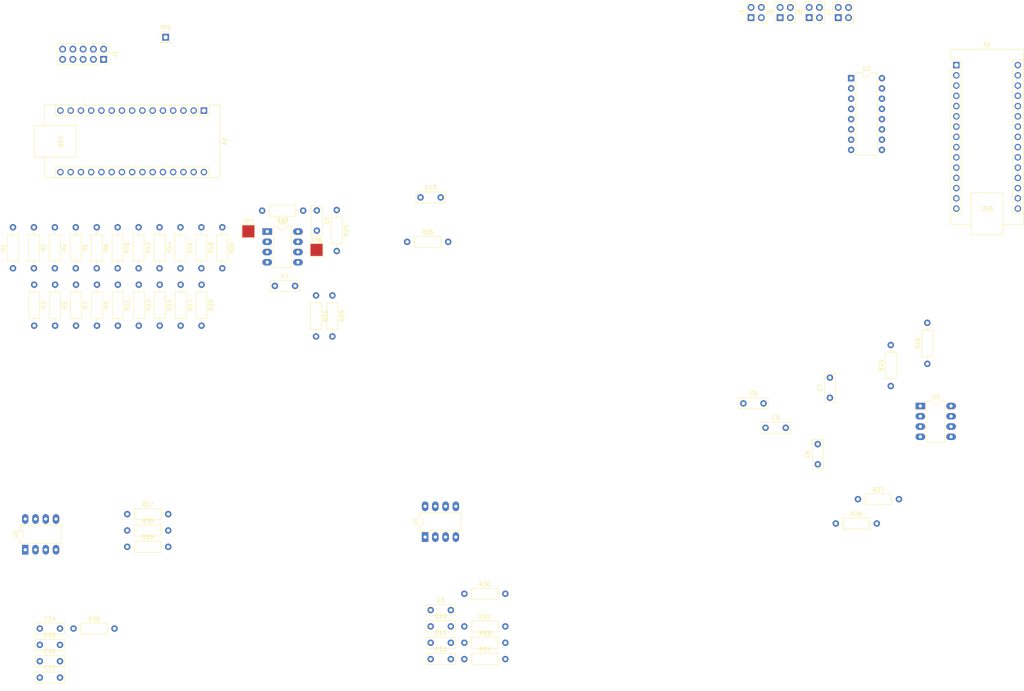
<source format=kicad_pcb>
(kicad_pcb (version 20240108) (generator "pcbnew") (generator_version "8.0")
  (layers (0 "F.Cu" signal) (31 "B.Cu" signal) (34 "B.Paste" user) (35 "F.Paste" user) (36 "B.SilkS" user "B.Silkscreen") (37 "F.SilkS" user "F.Silkscreen") (38 "B.Mask" user) (39 "F.Mask" user) (44 "Edge.Cuts" user))
  (net 0 "")
  (net 1 "GND")
  (net 2 "Net-(C6-Pad1)")
  (net 3 "+3.3V")
  (net 4 "Net-(U1B-+)")
  (net 5 "Net-(C5-Pad1)")
  (net 6 "IRQ")
  (net 7 "CE")
  (net 8 "MISO")
  (net 9 "~{CS}")
  (net 10 "SCK")
  (net 11 "MOSI")
  (net 12 "Net-(R1-Pad1)")
  (net 13 "/BIT_0")
  (net 14 "Net-(R3-Pad2)")
  (net 15 "/BIT_1")
  (net 16 "Net-(R5-Pad2)")
  (net 17 "/BIT_2")
  (net 18 "Net-(R7-Pad2)")
  (net 19 "/BIT_3")
  (net 20 "Net-(R11-Pad2)")
  (net 21 "Net-(R10-Pad2)")
  (net 22 "/BIT_4")
  (net 23 "/BIT_8")
  (net 24 "Net-(R13-Pad2)")
  (net 25 "OUT_10bit")
  (net 26 "/BIT_5")
  (net 27 "/BIT_9")
  (net 28 "Net-(R17-Pad2)")
  (net 29 "/BIT_6")
  (net 30 "/BIT_7")
  (net 31 "Net-(U1A--)")
  (net 32 "Net-(R15-Pad2)")
  (net 35 "Net-(U4A--)")
  (net 36 "Net-(U4B--)")
  (net 37 "Net-(U4A-+)")
  (net 38 "Net-(U4B-+)")
  (net 39 "Net-(U5B--)")
  (net 40 "Net-(U5B-+)")
  (net 41 "Net-(U5A-+)")
  (net 42 "Net-(U5A--)")
  (net 43 "Net-(C10-Pad1)")
  (net 44 "Net-(C12-Pad1)")
  (net 45 "Net-(C13-Pad2)")
  (net 46 "Net-(C14-Pad2)")
  (net 47 "Net-(C17-Pad1)")
  (net 57 "Net-(U3A-+)")
  (net 58 "Net-(U3A--)")
  (net 59 "Net-(U3B-+)")
  (net 60 "Net-(C9-Pad1)")
  (net 61 "Net-(U3B--)")
  (net 62 "+5V")
  (net 63 "+12V")
  (net 64 "-12V")
  (net 65 "Filtered Signal")
  (net 112 "Net-(U1B--)")
  (footprint "Capacitor_THT:C_Disc_D7.0mm_W2.5mm_P5.00mm" (layer "F.Cu") (at 129.85 185.825)
    (property "Reference" "C12" (at 2.5 -2.5 0) (layer "F.SilkS"))
    (property "Value" "100nF")
    (pad "1" thru_hole circle (at 0 0) (size 1.6 1.6) (drill 0.8) (layers "*.Cu" "*.Mask") (net 44 "Net-(C12-Pad1)"))
    (pad "2" thru_hole circle (at 5 0) (size 1.6 1.6) (drill 0.8) (layers "*.Cu" "*.Mask") (net 36 "Net-(U4B--)"))
  )
  (footprint "TestPoint:TestPoint_Pad_3.0x3.0mm" (layer "F.Cu") (at 84.675 79.825)
    (property "Reference" "TP7" (at 0 -2.398 0) (layer "F.SilkS"))
    (property "Value" "Buffered output")
    (pad "1" smd rect (at 0 0) (size 3 3) (layers "F.Cu" "F.Mask") (net 31 "Net-(U1A--)"))
  )
  (footprint "Resistor_THT:R_Axial_DIN0207_L6.3mm_D2.5mm_P10.16mm_Horizontal" (layer "F.Cu") (at 52.2875 78.825 -90)
    (property "Reference" "R10" (at 5.08 -2.37 90) (layer "F.SilkS"))
    (property "Value" "4k")
    (pad "1" thru_hole circle (at 0 0 270) (size 1.6 1.6) (drill 0.8) (layers "*.Cu" "*.Mask") (net 22 "/BIT_4"))
    (pad "2" thru_hole oval (at 10.16 0 270) (size 1.6 1.6) (drill 0.8) (layers "*.Cu" "*.Mask") (net 21 "Net-(R10-Pad2)"))
  )
  (footprint "Connector_PinHeader_2.54mm:PinHeader_2x02_P2.54mm_Vertical" (layer "F.Cu") (at 223.65 26.875 90)
    (property "Reference" "J6" (at 1.27 -2.33 -90) (layer "F.SilkS"))
    (property "Value" "5V")
    (pad "1" thru_hole rect (at 0 0 90) (size 1.7 1.7) (drill 1) (layers "*.Cu" "*.Mask") (net 62 "+5V"))
    (pad "2" thru_hole oval (at 2.54 0 90) (size 1.7 1.7) (drill 1) (layers "*.Cu" "*.Mask") (net 1 "GND"))
    (pad "3" thru_hole oval (at 0 2.54 90) (size 1.7 1.7) (drill 1) (layers "*.Cu" "*.Mask") (net 1 "GND"))
    (pad "4" thru_hole oval (at 2.54 2.54 90) (size 1.7 1.7) (drill 1) (layers "*.Cu" "*.Mask") (net 62 "+5V"))
  )
  (footprint "Resistor_THT:R_Axial_DIN0207_L6.3mm_D2.5mm_P10.16mm_Horizontal" (layer "F.Cu") (at 124.025 82.425)
    (property "Reference" "R35" (at 5.08 -2.37 0) (layer "F.SilkS"))
    (property "Value" "R")
    (pad "1" thru_hole circle (at 0 0) (size 1.6 1.6) (drill 0.8) (layers "*.Cu" "*.Mask") (net 45 "Net-(C13-Pad2)"))
    (pad "2" thru_hole oval (at 10.16 0) (size 1.6 1.6) (drill 0.8) (layers "*.Cu" "*.Mask") (net 1 "GND"))
  )
  (footprint "Connector_PinHeader_2.54mm:PinHeader_2x02_P2.54mm_Vertical" (layer "F.Cu") (at 216.45 26.875 90)
    (property "Reference" "J5" (at 1.27 -2.33 -90) (layer "F.SilkS"))
    (property "Value" "+12V")
    (pad "1" thru_hole rect (at 0 0 90) (size 1.7 1.7) (drill 1) (layers "*.Cu" "*.Mask") (net 63 "+12V"))
    (pad "2" thru_hole oval (at 2.54 0 90) (size 1.7 1.7) (drill 1) (layers "*.Cu" "*.Mask") (net 1 "GND"))
    (pad "3" thru_hole oval (at 0 2.54 90) (size 1.7 1.7) (drill 1) (layers "*.Cu" "*.Mask") (net 1 "GND"))
    (pad "4" thru_hole oval (at 2.54 2.54 90) (size 1.7 1.7) (drill 1) (layers "*.Cu" "*.Mask") (net 63 "+12V"))
  )
  (footprint "Resistor_THT:R_Axial_DIN0207_L6.3mm_D2.5mm_P10.16mm_Horizontal" (layer "F.Cu") (at 47.1 78.825 -90)
    (property "Reference" "R8" (at 5.08 -2.37 90) (layer "F.SilkS"))
    (property "Value" "4k")
    (pad "1" thru_hole circle (at 0 0 270) (size 1.6 1.6) (drill 0.8) (layers "*.Cu" "*.Mask") (net 19 "/BIT_3"))
    (pad "2" thru_hole oval (at 10.16 0 270) (size 1.6 1.6) (drill 0.8) (layers "*.Cu" "*.Mask") (net 18 "Net-(R7-Pad2)"))
  )
  (footprint "Module:Arduino_Nano" (layer "F.Cu") (at 73.665 49.905 -90)
    (property "Reference" "A2" (at 7.62 -5.08 90) (layer "F.SilkS"))
    (property "Value" "Arduino_Nano_v2.x")
    (fp_text user "USB" (at 7.62 35.56 -90) (layer "F.SilkS"))
    (pad "1" thru_hole rect (at 0 0 270) (size 1.6 1.6) (drill 1) (layers "*.Cu" "*.Mask"))
    (pad "2" thru_hole oval (at 0 2.54 270) (size 1.6 1.6) (drill 1) (layers "*.Cu" "*.Mask"))
    (pad "3" thru_hole oval (at 0 5.08 270) (size 1.6 1.6) (drill 1) (layers "*.Cu" "*.Mask"))
    (pad "4" thru_hole oval (at 0 7.62 270) (size 1.6 1.6) (drill 1) (layers "*.Cu" "*.Mask") (net 1 "GND"))
    (pad "5" thru_hole oval (at 0 10.16 270) (size 1.6 1.6) (drill 1) (layers "*.Cu" "*.Mask") (net 6 "IRQ"))
    (pad "6" thru_hole oval (at 0 12.7 270) (size 1.6 1.6) (drill 1) (layers "*.Cu" "*.Mask"))
    (pad "7" thru_hole oval (at 0 15.24 270) (size 1.6 1.6) (drill 1) (layers "*.Cu" "*.Mask") (net 13 "/BIT_0"))
    (pad "8" thru_hole oval (at 0 17.78 270) (size 1.6 1.6) (drill 1) (layers "*.Cu" "*.Mask") (net 15 "/BIT_1"))
    (pad "9" thru_hole oval (at 0 20.32 270) (size 1.6 1.6) (drill 1) (layers "*.Cu" "*.Mask") (net 17 "/BIT_2"))
    (pad "10" thru_hole oval (at 0 22.86 270) (size 1.6 1.6) (drill 1) (layers "*.Cu" "*.Mask") (net 19 "/BIT_3"))
    (pad "11" thru_hole oval (at 0 25.4 270) (size 1.6 1.6) (drill 1) (layers "*.Cu" "*.Mask") (net 9 "~{CS}"))
    (pad "12" thru_hole oval (at 0 27.94 270) (size 1.6 1.6) (drill 1) (layers "*.Cu" "*.Mask") (net 7 "CE"))
    (pad "13" thru_hole oval (at 0 30.48 270) (size 1.6 1.6) (drill 1) (layers "*.Cu" "*.Mask"))
    (pad "14" thru_hole oval (at 0 33.02 270) (size 1.6 1.6) (drill 1) (layers "*.Cu" "*.Mask") (net 11 "MOSI"))
    (pad "15" thru_hole oval (at 0 35.56 270) (size 1.6 1.6) (drill 1) (layers "*.Cu" "*.Mask") (net 8 "MISO"))
    (pad "16" thru_hole oval (at 15.24 35.56 270) (size 1.6 1.6) (drill 1) (layers "*.Cu" "*.Mask") (net 10 "SCK"))
    (pad "17" thru_hole oval (at 15.24 33.02 270) (size 1.6 1.6) (drill 1) (layers "*.Cu" "*.Mask"))
    (pad "18" thru_hole oval (at 15.24 30.48 270) (size 1.6 1.6) (drill 1) (layers "*.Cu" "*.Mask"))
    (pad "19" thru_hole oval (at 15.24 27.94 270) (size 1.6 1.6) (drill 1) (layers "*.Cu" "*.Mask") (net 22 "/BIT_4"))
    (pad "20" thru_hole oval (at 15.24 25.4 270) (size 1.6 1.6) (drill 1) (layers "*.Cu" "*.Mask") (net 26 "/BIT_5"))
    (pad "21" thru_hole oval (at 15.24 22.86 270) (size 1.6 1.6) (drill 1) (layers "*.Cu" "*.Mask") (net 29 "/BIT_6"))
    (pad "22" thru_hole oval (at 15.24 20.32 270) (size 1.6 1.6) (drill 1) (layers "*.Cu" "*.Mask") (net 30 "/BIT_7"))
    (pad "23" thru_hole oval (at 15.24 17.78 270) (size 1.6 1.6) (drill 1) (layers "*.Cu" "*.Mask") (net 23 "/BIT_8"))
    (pad "24" thru_hole oval (at 15.24 15.24 270) (size 1.6 1.6) (drill 1) (layers "*.Cu" "*.Mask") (net 27 "/BIT_9"))
    (pad "25" thru_hole oval (at 15.24 12.7 270) (size 1.6 1.6) (drill 1) (layers "*.Cu" "*.Mask"))
    (pad "26" thru_hole oval (at 15.24 10.16 270) (size 1.6 1.6) (drill 1) (layers "*.Cu" "*.Mask"))
    (pad "27" thru_hole oval (at 15.24 7.62 270) (size 1.6 1.6) (drill 1) (layers "*.Cu" "*.Mask") (net 62 "+5V"))
    (pad "28" thru_hole oval (at 15.24 5.08 270) (size 1.6 1.6) (drill 1) (layers "*.Cu" "*.Mask"))
    (pad "29" thru_hole oval (at 15.24 2.54 270) (size 1.6 1.6) (drill 1) (layers "*.Cu" "*.Mask") (net 1 "GND"))
    (pad "30" thru_hole oval (at 15.24 0 270) (size 1.6 1.6) (drill 1) (layers "*.Cu" "*.Mask"))
  )
  (footprint "TestPoint:TestPoint_Pad_3.0x3.0mm" (layer "F.Cu") (at 101.575 84.425)
    (property "Reference" "TP8" (at 0 -2.398 0) (layer "F.SilkS"))
    (property "Value" "Filtered output")
    (pad "1" smd rect (at 0 0) (size 3 3) (layers "F.Cu" "F.Mask") (net 65 "Filtered Signal"))
  )
  (footprint "Resistor_THT:R_Axial_DIN0207_L6.3mm_D2.5mm_P10.16mm_Horizontal" (layer "F.Cu") (at 138.2 177.725)
    (property "Reference" "R32" (at 5.08 -2.37 0) (layer "F.SilkS"))
    (property "Value" "120k")
    (pad "1" thru_hole circle (at 0 0) (size 1.6 1.6) (drill 0.8) (layers "*.Cu" "*.Mask") (net 43 "Net-(C10-Pad1)"))
    (pad "2" thru_hole oval (at 10.16 0) (size 1.6 1.6) (drill 0.8) (layers "*.Cu" "*.Mask") (net 35 "Net-(U4A--)"))
  )
  (footprint "Resistor_THT:R_Axial_DIN0207_L6.3mm_D2.5mm_P10.16mm_Horizontal" (layer "F.Cu") (at 31.605 93.04 -90)
    (property "Reference" "R3" (at 5.08 -2.37 90) (layer "F.SilkS"))
    (property "Value" "2k")
    (pad "1" thru_hole circle (at 0 0 270) (size 1.6 1.6) (drill 0.8) (layers "*.Cu" "*.Mask") (net 12 "Net-(R1-Pad1)"))
    (pad "2" thru_hole oval (at 10.16 0 270) (size 1.6 1.6) (drill 0.8) (layers "*.Cu" "*.Mask") (net 14 "Net-(R3-Pad2)"))
  )
  (footprint "Capacitor_THT:C_Disc_D7.0mm_W2.5mm_P5.00mm" (layer "F.Cu") (at 207.334999 122.46643)
    (property "Reference" "C8" (at 2.5 -2.5 0) (layer "F.SilkS"))
    (property "Value" "47nF")
    (pad "1" thru_hole circle (at 0 0) (size 1.6 1.6) (drill 0.8) (layers "*.Cu" "*.Mask") (net 1 "GND"))
    (pad "2" thru_hole circle (at 5 0) (size 1.6 1.6) (drill 0.8) (layers "*.Cu" "*.Mask") (net 59 "Net-(U3B-+)"))
  )
  (footprint "Resistor_THT:R_Axial_DIN0207_L6.3mm_D2.5mm_P10.16mm_Horizontal" (layer "F.Cu") (at 73.0375 78.825 -90)
    (property "Reference" "R18" (at 5.08 -2.37 90) (layer "F.SilkS"))
    (property "Value" "4k")
    (pad "1" thru_hole circle (at 0 0 270) (size 1.6 1.6) (drill 0.8) (layers "*.Cu" "*.Mask") (net 23 "/BIT_8"))
    (pad "2" thru_hole oval (at 10.16 0 270) (size 1.6 1.6) (drill 0.8) (layers "*.Cu" "*.Mask") (net 28 "Net-(R17-Pad2)"))
  )
  (footprint "Capacitor_THT:C_Disc_D7.0mm_W2.5mm_P5.00mm" (layer "F.Cu") (at 225.768214 137.556427 90)
    (property "Reference" "C6" (at 2.5 -2.5 -90) (layer "F.SilkS"))
    (property "Value" "47nF")
    (pad "1" thru_hole circle (at 0 0 90) (size 1.6 1.6) (drill 0.8) (layers "*.Cu" "*.Mask") (net 2 "Net-(C6-Pad1)"))
    (pad "2" thru_hole circle (at 5 0 90) (size 1.6 1.6) (drill 0.8) (layers "*.Cu" "*.Mask") (net 61 "Net-(U3B--)"))
  )
  (footprint "Resistor_THT:R_Axial_DIN0207_L6.3mm_D2.5mm_P10.16mm_Horizontal" (layer "F.Cu") (at 36.78875 93.04 -90)
    (property "Reference" "R5" (at 5.08 -2.37 90) (layer "F.SilkS"))
    (property "Value" "2k")
    (pad "1" thru_hole circle (at 0 0 270) (size 1.6 1.6) (drill 0.8) (layers "*.Cu" "*.Mask") (net 14 "Net-(R3-Pad2)"))
    (pad "2" thru_hole oval (at 10.16 0 270) (size 1.6 1.6) (drill 0.8) (layers "*.Cu" "*.Mask") (net 16 "Net-(R5-Pad2)"))
  )
  (footprint "Resistor_THT:R_Axial_DIN0207_L6.3mm_D2.5mm_P10.16mm_Horizontal" (layer "F.Cu") (at 54.66 153.95)
    (property "Reference" "R38" (at 5.08 -2.37 0) (layer "F.SilkS"))
    (property "Value" "3k4")
    (pad "1" thru_hole circle (at 0 0) (size 1.6 1.6) (drill 0.8) (layers "*.Cu" "*.Mask"))
    (pad "2" thru_hole oval (at 10.16 0) (size 1.6 1.6) (drill 0.8) (layers "*.Cu" "*.Mask") (net 47 "Net-(C17-Pad1)"))
  )
  (footprint "Resistor_THT:R_Axial_DIN0207_L6.3mm_D2.5mm_P10.16mm_Horizontal" (layer "F.Cu") (at 138.2 181.775)
    (property "Reference" "R33" (at 5.08 -2.37 0) (layer "F.SilkS"))
    (property "Value" "2k4")
    (pad "1" thru_hole circle (at 0 0) (size 1.6 1.6) (drill 0.8) (layers "*.Cu" "*.Mask") (net 65 "Filtered Signal"))
    (pad "2" thru_hole oval (at 10.16 0) (size 1.6 1.6) (drill 0.8) (layers "*.Cu" "*.Mask") (net 44 "Net-(C12-Pad1)"))
  )
  (footprint "Resistor_THT:R_Axial_DIN0207_L6.3mm_D2.5mm_P10.16mm_Horizontal" (layer "F.Cu") (at 138.2 185.825)
    (property "Reference" "R34" (at 5.08 -2.37 0) (layer "F.SilkS"))
    (property "Value" "2k4")
    (pad "1" thru_hole circle (at 0 0) (size 1.6 1.6) (drill 0.8) (layers "*.Cu" "*.Mask") (net 44 "Net-(C12-Pad1)"))
    (pad "2" thru_hole oval (at 10.16 0) (size 1.6 1.6) (drill 0.8) (layers "*.Cu" "*.Mask") (net 38 "Net-(U4B-+)"))
  )
  (footprint "Resistor_THT:R_Axial_DIN0207_L6.3mm_D2.5mm_P10.16mm_Horizontal" (layer "F.Cu") (at 106.575 74.545 -90)
    (property "Reference" "R24" (at 5.08 -2.37 90) (layer "F.SilkS"))
    (property "Value" "????")
    (pad "1" thru_hole circle (at 0 0 270) (size 1.6 1.6) (drill 0.8) (layers "*.Cu" "*.Mask") (net 5 "Net-(C5-Pad1)"))
    (pad "2" thru_hole oval (at 10.16 0 270) (size 1.6 1.6) (drill 0.8) (layers "*.Cu" "*.Mask") (net 4 "Net-(U1B-+)"))
  )
  (footprint "Resistor_THT:R_Axial_DIN0207_L6.3mm_D2.5mm_P10.16mm_Horizontal" (layer "F.Cu") (at 41.9125 78.825 -90)
    (property "Reference" "R6" (at 5.08 -2.37 90) (layer "F.SilkS"))
    (property "Value" "4k")
    (pad "1" thru_hole circle (at 0 0 270) (size 1.6 1.6) (drill 0.8) (layers "*.Cu" "*.Mask") (net 17 "/BIT_2"))
    (pad "2" thru_hole oval (at 10.16 0 270) (size 1.6 1.6) (drill 0.8) (layers "*.Cu" "*.Mask") (net 16 "Net-(R5-Pad2)"))
  )
  (footprint "Package_DIP:DIP-16_W7.62mm" (layer "F.Cu") (at 234.05 41.87)
    (property "Reference" "U2" (at 3.81 -2.33 0) (layer "F.SilkS"))
    (property "Value" "DG441xJ")
    (pad "1" thru_hole rect (at 0 0) (size 1.6 1.6) (drill 0.8) (layers "*.Cu" "*.Mask"))
    (pad "2" thru_hole oval (at 0 2.54) (size 1.6 1.6) (drill 0.8) (layers "*.Cu" "*.Mask"))
    (pad "3" thru_hole oval (at 0 5.08) (size 1.6 1.6) (drill 0.8) (layers "*.Cu" "*.Mask"))
    (pad "4" thru_hole oval (at 0 7.62) (size 1.6 1.6) (drill 0.8) (layers "*.Cu" "*.Mask"))
    (pad "5" thru_hole oval (at 0 10.16) (size 1.6 1.6) (drill 0.8) (layers "*.Cu" "*.Mask"))
    (pad "6" thru_hole oval (at 0 12.7) (size 1.6 1.6) (drill 0.8) (layers "*.Cu" "*.Mask"))
    (pad "7" thru_hole oval (at 0 15.24) (size 1.6 1.6) (drill 0.8) (layers "*.Cu" "*.Mask"))
    (pad "8" thru_hole oval (at 0 17.78) (size 1.6 1.6) (drill 0.8) (layers "*.Cu" "*.Mask"))
    (pad "9" thru_hole oval (at 7.62 17.78) (size 1.6 1.6) (drill 0.8) (layers "*.Cu" "*.Mask"))
    (pad "10" thru_hole oval (at 7.62 15.24) (size 1.6 1.6) (drill 0.8) (layers "*.Cu" "*.Mask"))
    (pad "11" thru_hole oval (at 7.62 12.7) (size 1.6 1.6) (drill 0.8) (layers "*.Cu" "*.Mask"))
    (pad "12" thru_hole oval (at 7.62 10.16) (size 1.6 1.6) (drill 0.8) (layers "*.Cu" "*.Mask"))
    (pad "13" thru_hole oval (at 7.62 7.62) (size 1.6 1.6) (drill 0.8) (layers "*.Cu" "*.Mask"))
    (pad "14" thru_hole oval (at 7.62 5.08) (size 1.6 1.6) (drill 0.8) (layers "*.Cu" "*.Mask"))
    (pad "15" thru_hole oval (at 7.62 2.54) (size 1.6 1.6) (drill 0.8) (layers "*.Cu" "*.Mask"))
    (pad "16" thru_hole oval (at 7.62 0) (size 1.6 1.6) (drill 0.8) (layers "*.Cu" "*.Mask"))
  )
  (footprint "Resistor_THT:R_Axial_DIN0207_L6.3mm_D2.5mm_P10.16mm_Horizontal" (layer "F.Cu") (at 230.24 152.225)
    (property "Reference" "R28" (at 5.08 -2.37 0) (layer "F.SilkS"))
    (property "Value" "16k")
    (pad "1" thru_hole circle (at 0 0) (size 1.6 1.6) (drill 0.8) (layers "*.Cu" "*.Mask") (net 60 "Net-(C9-Pad1)"))
    (pad "2" thru_hole oval (at 10.16 0) (size 1.6 1.6) (drill 0.8) (layers "*.Cu" "*.Mask") (net 59 "Net-(U3B-+)"))
  )
  (footprint "Resistor_THT:R_Axial_DIN0207_L6.3mm_D2.5mm_P10.16mm_Horizontal" (layer "F.Cu") (at 98.255 74.7 180)
    (property "Reference" "R23" (at 5.08 -2.37 180) (layer "F.SilkS"))
    (property "Value" "????")
    (pad "1" thru_hole circle (at 0 0 180) (size 1.6 1.6) (drill 0.8) (layers "*.Cu" "*.Mask") (net 5 "Net-(C5-Pad1)"))
    (pad "2" thru_hole oval (at 10.16 0 180) (size 1.6 1.6) (drill 0.8) (layers "*.Cu" "*.Mask") (net 45 "Net-(C13-Pad2)"))
  )
  (footprint "Resistor_THT:R_Axial_DIN0207_L6.3mm_D2.5mm_P10.16mm_Horizontal" (layer "F.Cu") (at 243.868924 118.156431 90)
    (property "Reference" "R25" (at 5.08 -2.37 -90) (layer "F.SilkS"))
    (property "Value" "240k")
    (pad "1" thru_hole circle (at 0 0 90) (size 1.6 1.6) (drill 0.8) (layers "*.Cu" "*.Mask") (net 57 "Net-(U3A-+)"))
    (pad "2" thru_hole oval (at 10.16 0 90) (size 1.6 1.6) (drill 0.8) (layers "*.Cu" "*.Mask") (net 1 "GND"))
  )
  (footprint "Connector_PinHeader_2.54mm:PinHeader_2x02_P2.54mm_Vertical" (layer "F.Cu") (at 209.25 26.875 90)
    (property "Reference" "J4" (at 1.27 -2.33 -90) (layer "F.SilkS"))
    (property "Value" "3.3V")
    (pad "1" thru_hole rect (at 0 0 90) (size 1.7 1.7) (drill 1) (layers "*.Cu" "*.Mask") (net 3 "+3.3V"))
    (pad "2" thru_hole oval (at 2.54 0 90) (size 1.7 1.7) (drill 1) (layers "*.Cu" "*.Mask") (net 1 "GND"))
    (pad "3" thru_hole oval (at 0 2.54 90) (size 1.7 1.7) (drill 1) (layers "*.Cu" "*.Mask") (net 1 "GND"))
    (pad "4" thru_hole oval (at 2.54 2.54 90) (size 1.7 1.7) (drill 1) (layers "*.Cu" "*.Mask") (net 3 "+3.3V"))
  )
  (footprint "Resistor_THT:R_Axial_DIN0207_L6.3mm_D2.5mm_P10.16mm_Horizontal" (layer "F.Cu") (at 57.475 78.825 -90)
    (property "Reference" "R12" (at 5.08 -2.37 90) (layer "F.SilkS"))
    (property "Value" "4k")
    (pad "1" thru_hole circle (at 0 0 270) (size 1.6 1.6) (drill 0.8) (layers "*.Cu" "*.Mask") (net 26 "/BIT_5"))
    (pad "2" thru_hole oval (at 10.16 0 270) (size 1.6 1.6) (drill 0.8) (layers "*.Cu" "*.Mask") (net 20 "Net-(R11-Pad2)"))
  )
  (footprint "Resistor_THT:R_Axial_DIN0207_L6.3mm_D2.5mm_P10.16mm_Horizontal" (layer "F.Cu") (at 41.35 178.25)
    (property "Reference" "R36" (at 5.08 -2.37 0) (layer "F.SilkS"))
    (property "Value" "24k")
    (pad "1" thru_hole circle (at 0 0) (size 1.6 1.6) (drill 0.8) (layers "*.Cu" "*.Mask") (net 41 "Net-(U5A-+)"))
    (pad "2" thru_hole oval (at 10.16 0) (size 1.6 1.6) (drill 0.8) (layers "*.Cu" "*.Mask") (net 1 "GND"))
  )
  (footprint "Capacitor_THT:C_Disc_D7.0mm_W2.5mm_P5.00mm" (layer "F.Cu") (at 212.829998 128.5)
    (property "Reference" "C9" (at 2.5 -2.5 0) (layer "F.SilkS"))
    (property "Value" "100nF")
    (pad "1" thru_hole circle (at 0 0) (size 1.6 1.6) (drill 0.8) (layers "*.Cu" "*.Mask") (net 60 "Net-(C9-Pad1)"))
    (pad "2" thru_hole circle (at 5 0) (size 1.6 1.6) (drill 0.8) (layers "*.Cu" "*.Mask") (net 61 "Net-(U3B--)"))
  )
  (footprint "Package_DIP:DIP-8_W7.62mm_LongPads" (layer "F.Cu") (at 128.47 155.58 90)
    (property "Reference" "U4" (at 3.81 -2.33 -90) (layer "F.SilkS"))
    (property "Value" "TL072")
    (pad "1" thru_hole rect (at 0 0 90) (size 2.4 1.6) (drill 0.8) (layers "*.Cu" "*.Mask") (net 35 "Net-(U4A--)"))
    (pad "2" thru_hole oval (at 0 2.54 90) (size 2.4 1.6) (drill 0.8) (layers "*.Cu" "*.Mask") (net 35 "Net-(U4A--)"))
    (pad "3" thru_hole oval (at 0 5.08 90) (size 2.4 1.6) (drill 0.8) (layers "*.Cu" "*.Mask") (net 37 "Net-(U4A-+)"))
    (pad "4" thru_hole oval (at 0 7.62 90) (size 2.4 1.6) (drill 0.8) (layers "*.Cu" "*.Mask") (net 64 "-12V"))
    (pad "5" thru_hole oval (at 7.62 7.62 90) (size 2.4 1.6) (drill 0.8) (layers "*.Cu" "*.Mask") (net 38 "Net-(U4B-+)"))
    (pad "6" thru_hole oval (at 7.62 5.08 90) (size 2.4 1.6) (drill 0.8) (layers "*.Cu" "*.Mask") (net 36 "Net-(U4B--)"))
    (pad "7" thru_hole oval (at 7.62 2.54 90) (size 2.4 1.6) (drill 0.8) (layers "*.Cu" "*.Mask") (net 36 "Net-(U4B--)"))
    (pad "8" thru_hole oval (at 7.62 0 90) (size 2.4 1.6) (drill 0.8) (layers "*.Cu" "*.Mask") (net 63 "+12V"))
  )
  (footprint "Resistor_THT:R_Axial_DIN0207_L6.3mm_D2.5mm_P10.16mm_Horizontal" (layer "F.Cu") (at 31.5375 78.825 -90)
    (property "Reference" "R2" (at 5.08 -2.37 90) (layer "F.SilkS"))
    (property "Value" "4k")
    (pad "1" thru_hole circle (at 0 0 270) (size 1.6 1.6) (drill 0.8) (layers "*.Cu" "*.Mask") (net 13 "/BIT_0"))
    (pad "2" thru_hole oval (at 10.16 0 270) (size 1.6 1.6) (drill 0.8) (layers "*.Cu" "*.Mask") (net 12 "Net-(R1-Pad1)"))
  )
  (footprint "Capacitor_THT:C_Disc_D7.0mm_W2.5mm_P5.00mm" (layer "F.Cu") (at 33 182.3)
    (property "Reference" "C15" (at 2.5 -2.5 0) (layer "F.SilkS"))
    (property "Value" "47nF")
    (pad "1" thru_hole circle (at 0 0) (size 1.6 1.6) (drill 0.8) (layers "*.Cu" "*.Mask") (net 46 "Net-(C14-Pad2)"))
    (pad "2" thru_hole circle (at 5 0) (size 1.6 1.6) (drill 0.8) (layers "*.Cu" "*.Mask") (net 41 "Net-(U5A-+)"))
  )
  (footprint "Resistor_THT:R_Axial_DIN0207_L6.3mm_D2.5mm_P10.16mm_Horizontal" (layer "F.Cu") (at 252.919279 112.661432 90)
    (property "Reference" "R26" (at 5.08 -2.37 -90) (layer "F.SilkS"))
    (property "Value" "120k")
    (pad "1" thru_hole circle (at 0 0 90) (size 1.6 1.6) (drill 0.8) (layers "*.Cu" "*.Mask") (net 2 "Net-(C6-Pad1)"))
    (pad "2" thru_hole oval (at 10.16 0 90) (size 1.6 1.6) (drill 0.8) (layers "*.Cu" "*.Mask") (net 58 "Net-(U3A--)"))
  )
  (footprint "Connector_PinHeader_2.54mm:PinHeader_2x02_P2.54mm_Vertical" (layer "F.Cu") (at 230.85 26.875 90)
    (property "Reference" "J7" (at 1.27 -2.33 -90) (layer "F.SilkS"))
    (property "Value" "-12V")
    (pad "1" thru_hole rect (at 0 0 90) (size 1.7 1.7) (drill 1) (layers "*.Cu" "*.Mask") (net 64 "-12V"))
    (pad "2" thru_hole oval (at 2.54 0 90) (size 1.7 1.7) (drill 1) (layers "*.Cu" "*.Mask") (net 1 "GND"))
    (pad "3" thru_hole oval (at 0 2.54 90) (size 1.7 1.7) (drill 1) (layers "*.Cu" "*.Mask") (net 1 "GND"))
    (pad "4" thru_hole oval (at 2.54 2.54 90) (size 1.7 1.7) (drill 1) (layers "*.Cu" "*.Mask") (net 64 "-12V"))
  )
  (footprint "Resistor_THT:R_Axial_DIN0207_L6.3mm_D2.5mm_P10.16mm_Horizontal" (layer "F.Cu") (at 57.52375 93.04 -90)
    (property "Reference" "R13" (at 5.08 -2.37 90) (layer "F.SilkS"))
    (property "Value" "2k")
    (pad "1" thru_hole circle (at 0 0 270) (size 1.6 1.6) (drill 0.8) (layers "*.Cu" "*.Mask") (net 20 "Net-(R11-Pad2)"))
    (pad "2" thru_hole oval (at 10.16 0 270) (size 1.6 1.6) (drill 0.8) (layers "*.Cu" "*.Mask") (net 24 "Net-(R13-Pad2)"))
  )
  (footprint "Resistor_THT:R_Axial_DIN0207_L6.3mm_D2.5mm_P10.16mm_Horizontal" (layer "F.Cu") (at 62.6625 78.825 -90)
    (property "Reference" "R14" (at 5.08 -2.37 90) (layer "F.SilkS"))
    (property "Value" "4k")
    (pad "1" thru_hole circle (at 0 0 270) (size 1.6 1.6) (drill 0.8) (layers "*.Cu" "*.Mask") (net 29 "/BIT_6"))
    (pad "2" thru_hole oval (at 10.16 0 270) (size 1.6 1.6) (drill 0.8) (layers "*.Cu" "*.Mask") (net 24 "Net-(R13-Pad2)"))
  )
  (footprint "Resistor_THT:R_Axial_DIN0207_L6.3mm_D2.5mm_P10.16mm_Horizontal" (layer "F.Cu") (at 138.2 169.625)
    (property "Reference" "R30" (at 5.08 -2.37 0) (layer "F.SilkS"))
    (property "Value" "240k")
    (pad "1" thru_hole circle (at 0 0) (size 1.6 1.6) (drill 0.8) (layers "*.Cu" "*.Mask") (net 37 "Net-(U4A-+)"))
    (pad "2" thru_hole oval (at 10.16 0) (size 1.6 1.6) (drill 0.8) (layers "*.Cu" "*.Mask") (net 1 "GND"))
  )
  (footprint "Resistor_THT:R_Axial_DIN0207_L6.3mm_D2.5mm_P10.16mm_Horizontal" (layer "F.Cu") (at 101.45 95.715 -90)
    (property "Reference" "R31" (at 5.08 -2.37 90) (layer "F.SilkS"))
    (property "Value" "1k")
    (pad "1" thru_hole circle (at 0 0 270) (size 1.6 1.6) (drill 0.8) (layers "*.Cu" "*.Mask") (net 112 "Net-(U1B--)"))
    (pad "2" thru_hole oval (at 10.16 0 270) (size 1.6 1.6) (drill 0.8) (layers "*.Cu" "*.Mask") (net 1 "GND"))
  )
  (footprint "Capacitor_THT:C_Disc_D7.0mm_W2.5mm_P5.00mm" (layer "F.Cu") (at 129.85 173.675)
    (property "Reference" "C3" (at 2.5 -2.5 0) (layer "F.SilkS"))
    (property "Value" "47nF")
    (pad "1" thru_hole circle (at 0 0) (size 1.6 1.6) (drill 0.8) (layers "*.Cu" "*.Mask") (net 36 "Net-(U4B--)"))
    (pad "2" thru_hole circle (at 5 0) (size 1.6 1.6) (drill 0.8) (layers "*.Cu" "*.Mask") (net 43 "Net-(C10-Pad1)"))
  )
  (footprint "Resistor_THT:R_Axial_DIN0207_L6.3mm_D2.5mm_P10.16mm_Horizontal" (layer "F.Cu") (at 67.85 78.825 -90)
    (property "Reference" "R16" (at 5.08 -2.37 90) (layer "F.SilkS"))
    (property "Value" "4k")
    (pad "1" thru_hole circle (at 0 0 270) (size 1.6 1.6) (drill 0.8) (layers "*.Cu" "*.Mask") (net 30 "/BIT_7"))
    (pad "2" thru_hole oval (at 10.16 0 270) (size 1.6 1.6) (drill 0.8) (layers "*.Cu" "*.Mask") (net 32 "Net-(R15-Pad2)"))
  )
  (footprint "Module:Arduino_Nano" (layer "F.Cu") (at 260.11 38.63)
    (property "Reference" "A1" (at 7.62 -5.08 0) (layer "F.SilkS"))
    (property "Value" "Arduino_Nano_v2.x")
    (fp_text user "USB" (at 7.62 35.56 0) (layer "F.SilkS"))
    (pad "1" thru_hole rect (at 0 0) (size 1.6 1.6) (drill 1) (layers "*.Cu" "*.Mask"))
    (pad "2" thru_hole oval (at 0 2.54) (size 1.6 1.6) (drill 1) (layers "*.Cu" "*.Mask"))
    (pad "3" thru_hole oval (at 0 5.08) (size 1.6 1.6) (drill 1) (layers "*.Cu" "*.Mask"))
    (pad "4" thru_hole oval (at 0 7.62) (size 1.6 1.6) (drill 1) (layers "*.Cu" "*.Mask"))
    (pad "5" thru_hole oval (at 0 10.16) (size 1.6 1.6) (drill 1) (layers "*.Cu" "*.Mask"))
    (pad "6" thru_hole oval (at 0 12.7) (size 1.6 1.6) (drill 1) (layers "*.Cu" "*.Mask"))
    (pad "7" thru_hole oval (at 0 15.24) (size 1.6 1.6) (drill 1) (layers "*.Cu" "*.Mask"))
    (pad "8" thru_hole oval (at 0 17.78) (size 1.6 1.6) (drill 1) (layers "*.Cu" "*.Mask"))
    (pad "9" thru_hole oval (at 0 20.32) (size 1.6 1.6) (drill 1) (layers "*.Cu" "*.Mask"))
    (pad "10" thru_hole oval (at 0 22.86) (size 1.6 1.6) (drill 1) (layers "*.Cu" "*.Mask"))
    (pad "11" thru_hole oval (at 0 25.4) (size 1.6 1.6) (drill 1) (layers "*.Cu" "*.Mask"))
    (pad "12" thru_hole oval (at 0 27.94) (size 1.6 1.6) (drill 1) (layers "*.Cu" "*.Mask"))
    (pad "13" thru_hole oval (at 0 30.48) (size 1.6 1.6) (drill 1) (layers "*.Cu" "*.Mask"))
    (pad "14" thru_hole oval (at 0 33.02) (size 1.6 1.6) (drill 1) (layers "*.Cu" "*.Mask"))
    (pad "15" thru_hole oval (at 0 35.56) (size 1.6 1.6) (drill 1) (layers "*.Cu" "*.Mask"))
    (pad "16" thru_hole oval (at 15.24 35.56) (size 1.6 1.6) (drill 1) (layers "*.Cu" "*.Mask"))
    (pad "17" thru_hole oval (at 15.24 33.02) (size 1.6 1.6) (drill 1) (layers "*.Cu" "*.Mask"))
    (pad "18" thru_hole oval (at 15.24 30.48) (size 1.6 1.6) (drill 1) (layers "*.Cu" "*.Mask"))
    (pad "19" thru_hole oval (at 15.24 27.94) (size 1.6 1.6) (drill 1) (layers "*.Cu" "*.Mask"))
    (pad "20" thru_hole oval (at 15.24 25.4) (size 1.6 1.6) (drill 1) (layers "*.Cu" "*.Mask"))
    (pad "21" thru_hole oval (at 15.24 22.86) (size 1.6 1.6) (drill 1) (layers "*.Cu" "*.Mask"))
    (pad "22" thru_hole oval (at 15.24 20.32) (size 1.6 1.6) (drill 1) (layers "*.Cu" "*.Mask"))
    (pad "23" thru_hole oval (at 15.24 17.78) (size 1.6 1.6) (drill 1) (layers "*.Cu" "*.Mask"))
    (pad "24" thru_hole oval (at 15.24 15.24) (size 1.6 1.6) (drill 1) (layers "*.Cu" "*.Mask"))
    (pad "25" thru_hole oval (at 15.24 12.7) (size 1.6 1.6) (drill 1) (layers "*.Cu" "*.Mask"))
    (pad "26" thru_hole oval (at 15.24 10.16) (size 1.6 1.6) (drill 1) (layers "*.Cu" "*.Mask"))
    (pad "27" thru_hole oval (at 15.24 7.62) (size 1.6 1.6) (drill 1) (layers "*.Cu" "*.Mask"))
    (pad "28" thru_hole oval (at 15.24 5.08) (size 1.6 1.6) (drill 1) (layers "*.Cu" "*.Mask"))
    (pad "29" thru_hole oval (at 15.24 2.54) (size 1.6 1.6) (drill 1) (layers "*.Cu" "*.Mask"))
    (pad "30" thru_hole oval (at 15.24 0) (size 1.6 1.6) (drill 1) (layers "*.Cu" "*.Mask"))
  )
  (footprint "Resistor_THT:R_Axial_DIN0207_L6.3mm_D2.5mm_P10.16mm_Horizontal" (layer "F.Cu") (at 54.66 158)
    (property "Reference" "R39" (at 5.08 -2.37 0) (layer "F.SilkS"))
    (property "Value" "3k4")
    (pad "1" thru_hole circle (at 0 0) (size 1.6 1.6) (drill 0.8) (layers "*.Cu" "*.Mask") (net 47 "Net-(C17-Pad1)"))
    (pad "2" thru_hole oval (at 10.16 0) (size 1.6 1.6) (drill 0.8) (layers "*.Cu" "*.Mask") (net 40 "Net-(U5B-+)"))
  )
  (footprint "Resistor_THT:R_Axial_DIN0207_L6.3mm_D2.5mm_P10.16mm_Horizontal" (layer "F.Cu") (at 41.9725 93.04 -90)
    (property "Reference" "R7" (at 5.08 -2.37 90) (layer "F.SilkS"))
    (property "Value" "2k")
    (pad "1" thru_hole circle (at 0 0 270) (size 1.6 1.6) (drill 0.8) (layers "*.Cu" "*.Mask") (net 16 "Net-(R5-Pad2)"))
    (pad "2" thru_hole oval (at 10.16 0 270) (size 1.6 1.6) (drill 0.8) (layers "*.Cu" "*.Mask") (net 18 "Net-(R7-Pad2)"))
  )
  (footprint "Capacitor_THT:C_Disc_D7.0mm_W2.5mm_P5.00mm" (layer "F.Cu") (at 91.25 93.35)
    (property "Reference" "C4" (at 2.5 -2.5 0) (layer "F.SilkS"))
    (property "Value" "????")
    (pad "1" thru_hole circle (at 0 0) (size 1.6 1.6) (drill 0.8) (layers "*.Cu" "*.Mask") (net 1 "GND"))
    (pad "2" thru_hole circle (at 5 0) (size 1.6 1.6) (drill 0.8) (layers "*.Cu" "*.Mask") (net 4 "Net-(U1B-+)"))
  )
  (footprint "Package_DIP:DIP-8_W7.62mm_LongPads" (layer "F.Cu") (at 89.35 79.875)
    (property "Reference" "U1" (at 3.81 -2.33 0) (layer "F.SilkS"))
    (property "Value" "TL072")
    (pad "1" thru_hole rect (at 0 0) (size 2.4 1.6) (drill 0.8) (layers "*.Cu" "*.Mask") (net 31 "Net-(U1A--)"))
    (pad "2" thru_hole oval (at 0 2.54) (size 2.4 1.6) (drill 0.8) (layers "*.Cu" "*.Mask") (net 31 "Net-(U1A--)"))
    (pad "3" thru_hole oval (at 0 5.08) (size 2.4 1.6) (drill 0.8) (layers "*.Cu" "*.Mask") (net 25 "OUT_10bit"))
    (pad "4" thru_hole oval (at 0 7.62) (size 2.4 1.6) (drill 0.8) (layers "*.Cu" "*.Mask") (net 64 "-12V"))
    (pad "5" thru_hole oval (at 7.62 7.62) (size 2.4 1.6) (drill 0.8) (layers "*.Cu" "*.Mask") (net 4 "Net-(U1B-+)"))
    (pad "6" thru_hole oval (at 7.62 5.08) (size 2.4 1.6) (drill 0.8) (layers "*.Cu" "*.Mask") (net 112 "Net-(U1B--)"))
    (pad "7" thru_hole oval (at 7.62 2.54) (size 2.4 1.6) (drill 0.8) (layers "*.Cu" "*.Mask") (net 65 "Filtered Signal"))
    (pad "8" thru_hole oval (at 7.62 0) (size 2.4 1.6) (drill 0.8) (layers "*.Cu" "*.Mask") (net 63 "+12V"))
  )
  (footprint "Resistor_THT:R_Axial_DIN0207_L6.3mm_D2.5mm_P10.16mm_Horizontal" (layer "F.Cu") (at 52.34 93.04 -90)
    (property "Reference" "R11" (at 5.08 -2.37 90) (layer "F.SilkS"))
    (property "Value" "2k")
    (pad "1" thru_hole circle (at 0 0 270) (size 1.6 1.6) (drill 0.8) (layers "*.Cu" "*.Mask") (net 21 "Net-(R10-Pad2)"))
    (pad "2" thru_hole oval (at 10.16 0 270) (size 1.6 1.6) (drill 0.8) (layers "*.Cu" "*.Mask") (net 20 "Net-(R11-Pad2)"))
  )
  (footprint "Resistor_THT:R_Axial_DIN0207_L6.3mm_D2.5mm_P10.16mm_Horizontal" (layer "F.Cu") (at 47.15625 93.04 -90)
    (property "Reference" "R9" (at 5.08 -2.37 90) (layer "F.SilkS"))
    (property "Value" "2k")
    (pad "1" thru_hole circle (at 0 0 270) (size 1.6 1.6) (drill 0.8) (layers "*.Cu" "*.Mask") (net 18 "Net-(R7-Pad2)"))
    (pad "2" thru_hole oval (at 10.16 0 270) (size 1.6 1.6) (drill 0.8) (layers "*.Cu" "*.Mask") (net 21 "Net-(R10-Pad2)"))
  )
  (footprint "Resistor_THT:R_Axial_DIN0207_L6.3mm_D2.5mm_P10.16mm_Horizontal" (layer "F.Cu") (at 67.89125 93.04 -90)
    (property "Reference" "R17" (at 5.08 -2.37 90) (layer "F.SilkS"))
    (property "Value" "2k")
    (pad "1" thru_hole circle (at 0 0 270) (size 1.6 1.6) (drill 0.8) (layers "*.Cu" "*.Mask") (net 32 "Net-(R15-Pad2)"))
    (pad "2" thru_hole oval (at 10.16 0 270) (size 1.6 1.6) (drill 0.8) (layers "*.Cu" "*.Mask") (net 28 "Net-(R17-Pad2)"))
  )
  (footprint "Package_DIP:DIP-8_W7.62mm_LongPads" (layer "F.Cu") (at 251.189999 123.11643)
    (property "Reference" "U3" (at 3.81 -2.33 0) (layer "F.SilkS"))
    (property "Value" "TL072")
    (pad "1" thru_hole rect (at 0 0) (size 2.4 1.6) (drill 0.8) (layers "*.Cu" "*.Mask") (net 58 "Net-(U3A--)"))
    (pad "2" thru_hole oval (at 0 2.54) (size 2.4 1.6) (drill 0.8) (layers "*.Cu" "*.Mask") (net 58 "Net-(U3A--)"))
    (pad "3" thru_hole oval (at 0 5.08) (size 2.4 1.6) (drill 0.8) (layers "*.Cu" "*.Mask") (net 57 "Net-(U3A-+)"))
    (pad "4" thru_hole oval (at 0 7.62) (size 2.4 1.6) (drill 0.8) (layers "*.Cu" "*.Mask") (net 64 "-12V"))
    (pad "5" thru_hole oval (at 7.62 7.62) (size 2.4 1.6) (drill 0.8) (layers "*.Cu" "*.Mask") (net 59 "Net-(U3B-+)"))
    (pad "6" thru_hole oval (at 7.62 5.08) (size 2.4 1.6) (drill 0.8) (layers "*.Cu" "*.Mask") (net 61 "Net-(U3B--)"))
    (pad "7" thru_hole oval (at 7.62 2.54) (size 2.4 1.6) (drill 0.8) (layers "*.Cu" "*.Mask") (net 61 "Net-(U3B--)"))
    (pad "8" thru_hole oval (at 7.62 0) (size 2.4 1.6) (drill 0.8) (layers "*.Cu" "*.Mask") (net 63 "+12V"))
  )
  (footprint "Connector_PinHeader_2.54mm:PinHeader_1x01_P2.54mm_Vertical" (layer "F.Cu") (at 64.175 31.725)
    (property "Reference" "TP5" (at 0 -2.33 0) (layer "F.SilkS"))
    (property "Value" "IRQ")
    (pad "1" thru_hole rect (at 0 0) (size 1.7 1.7) (drill 1) (layers "*.Cu" "*.Mask") (net 6 "IRQ"))
  )
  (footprint "Resistor_THT:R_Axial_DIN0207_L6.3mm_D2.5mm_P10.16mm_Horizontal" (layer "F.Cu") (at 62.7075 93.04 -90)
    (property "Reference" "R15" (at 5.08 -2.37 90) (layer "F.SilkS"))
    (property "Value" "2k")
    (pad "1" thru_hole circle (at 0 0 270) (size 1.6 1.6) (drill 0.8) (layers "*.Cu" "*.Mask") (net 24 "Net-(R13-Pad2)"))
    (pad "2" thru_hole oval (at 10.16 0 270) (size 1.6 1.6) (drill 0.8) (layers "*.Cu" "*.Mask") (net 32 "Net-(R15-Pad2)"))
  )
  (footprint "Resistor_THT:R_Axial_DIN0207_L6.3mm_D2.5mm_P10.16mm_Horizontal" (layer "F.Cu") (at 73.075 93.04 -90)
    (property "Reference" "R19" (at 5.08 -2.37 90) (layer "F.SilkS"))
    (property "Value" "2k")
    (pad "1" thru_hole circle (at 0 0 270) (size 1.6 1.6) (drill 0.8) (layers "*.Cu" "*.Mask") (net 28 "Net-(R17-Pad2)"))
    (pad "2" thru_hole oval (at 10.16 0 270) (size 1.6 1.6) (drill 0.8) (layers "*.Cu" "*.Mask") (net 25 "OUT_10bit"))
  )
  (footprint "Capacitor_THT:C_Disc_D7.0mm_W2.5mm_P5.00mm" (layer "F.Cu") (at 33 178.25)
    (property "Reference" "C14" (at 2.5 -2.5 0) (layer "F.SilkS"))
    (property "Value" "47nF")
    (pad "1" thru_hole circle (at 0 0) (size 1.6 1.6) (drill 0.8) (layers "*.Cu" "*.Mask") (net 39 "Net-(U5B--)"))
    (pad "2" thru_hole circle (at 5 0) (size 1.6 1.6) (drill 0.8) (layers "*.Cu" "*.Mask") (net 46 "Net-(C14-Pad2)"))
  )
  (footprint "Resistor_THT:R_Axial_DIN0207_L6.3mm_D2.5mm_P10.16mm_Horizontal" (layer "F.Cu") (at 54.66 149.9)
    (property "Reference" "R37" (at 5.08 -2.37 0) (layer "F.SilkS"))
    (property "Value" "12k")
    (pad "1" thru_hole circle (at 0 0) (size 1.6 1.6) (drill 0.8) (layers "*.Cu" "*.Mask") (net 46 "Net-(C14-Pad2)"))
    (pad "2" thru_hole oval (at 10.16 0) (size 1.6 1.6) (drill 0.8) (layers "*.Cu" "*.Mask") (net 42 "Net-(U5A--)"))
  )
  (footprint "Resistor_THT:R_Axial_DIN0207_L6.3mm_D2.5mm_P10.16mm_Horizontal" (layer "F.Cu") (at 235.734999 146.19143)
    (property "Reference" "R27" (at 5.08 -2.37 0) (layer "F.SilkS"))
    (property "Value" "16k")
    (pad "1" thru_hole circle (at 0 0) (size 1.6 1.6) (drill 0.8) (layers "*.Cu" "*.Mask") (net 60 "Net-(C9-Pad1)"))
    (pad "2" thru_hole oval (at 10.16 0) (size 1.6 1.6) (drill 0.8) (layers "*.Cu" "*.Mask") (net 65 "Filtered Signal"))
  )
  (footprint "Capacitor_THT:C_Disc_D7.0mm_W2.5mm_P5.00mm" (layer "F.Cu") (at 101.65 74.65 -90)
    (property "Reference" "C5" (at 2.5 -2.5 90) (layer "F.SilkS"))
    (property "Value" "????")
    (pad "1" thru_hole circle (at 0 0 270) (size 1.6 1.6) (drill 0.8) (layers "*.Cu" "*.Mask") (net 5 "Net-(C5-Pad1)"))
    (pad "2" thru_hole circle (at 5 0 270) (size 1.6 1.6) (drill 0.8) (layers "*.Cu" "*.Mask") (net 65 "Filtered Signal"))
  )
  (footprint "Capacitor_THT:C_Disc_D7.0mm_W2.5mm_P5.00mm" (layer "F.Cu") (at 33 190.4)
    (property "Reference" "C17" (at 2.5 -2.5 0) (layer "F.SilkS"))
    (property "Value" "100nF")
    (pad "1" thru_hole circle (at 0 0) (size 1.6 1.6) (drill 0.8) (layers "*.Cu" "*.Mask") (net 47 "Net-(C17-Pad1)"))
    (pad "2" thru_hole circle (at 5 0) (size 1.6 1.6) (drill 0.8) (layers "*.Cu" "*.Mask") (net 39 "Net-(U5B--)"))
  )
  (footprint "Capacitor_THT:C_Disc_D7.0mm_W2.5mm_P5.00mm" (layer "F.Cu") (at 129.85 181.775)
    (property "Reference" "C11" (at 2.5 -2.5 0) (layer "F.SilkS"))
    (property "Value" "47nF")
    (pad "1" thru_hole circle (at 0 0) (size 1.6 1.6) (drill 0.8) (layers "*.Cu" "*.Mask") (net 38 "Net-(U4B-+)"))
    (pad "2" thru_hole circle (at 5 0) (size 1.6 1.6) (drill 0.8) (layers "*.Cu" "*.Mask") (net 1 "GND"))
  )
  (footprint "Resistor_THT:R_Axial_DIN0207_L6.3mm_D2.5mm_P10.16mm_Horizontal" (layer "F.Cu") (at 36.725 78.825 -90)
    (property "Reference" "R4" (at 5.08 -2.37 90) (layer "F.SilkS"))
    (property "Value" "4k")
    (pad "1" thru_hole circle (at 0 0 270) (size 1.6 1.6) (drill 0.8) (layers "*.Cu" "*.Mask") (net 15 "/BIT_1"))
    (pad "2" thru_hole oval (at 10.16 0 270) (size 1.6 1.6) (drill 0.8) (layers "*.Cu" "*.Mask") (net 14 "Net-(R3-Pad2)"))
  )
  (footprint "Package_DIP:DIP-8_W7.62mm_LongPads" (layer "F.Cu") (at 29.39 158.725 90)
    (property "Reference" "U5" (at 3.81 -2.33 -90) (layer "F.SilkS"))
    (property "Value" "TL072")
    (pad "1" thru_hole rect (at 0 0 90) (size 2.4 1.6) (drill 0.8) (layers "*.Cu" "*.Mask") (net 42 "Net-(U5A--)"))
    (pad "2" thru_hole oval (at 0 2.54 90) (size 2.4 1.6) (drill 0.8) (layers "*.Cu" "*.Mask") (net 42 "Net-(U5A--)"))
    (pad "3" thru_hole oval (at 0 5.08 90) (size 2.4 1.6) (drill 0.8) (layers "*.Cu" "*.Mask") (net 41 "Net-(U5A-+)"))
    (pad "4" thru_hole oval (at 0 7.62 90) (size 2.4 1.6) (drill 0.8) (layers "*.Cu" "*.Mask") (net 64 "-12V"))
    (pad "5" thru_hole oval (at 7.62 7.62 90) (size 2.4 1.6) (drill 0.8) (layers "*.Cu" "*.Mask") (net 40 "Net-(U5B-+)"))
    (pad "6" thru_hole oval (at 7.62 5.08 90) (size 2.4 1.6) (drill 0.8) (layers "*.Cu" "*.Mask") (net 39 "Net-(U5B--)"))
    (pad "7" thru_hole oval (at 7.62 2.54 90) (size 2.4 1.6) (drill 0.8) (layers "*.Cu" "*.Mask") (net 39 "Net-(U5B--)"))
    (pad "8" thru_hole oval (at 7.62 0 90) (size 2.4 1.6) (drill 0.8) (layers "*.Cu" "*.Mask") (net 63 "+12V"))
  )
  (footprint "Resistor_THT:R_Axial_DIN0207_L6.3mm_D2.5mm_P10.16mm_Horizontal" (layer "F.Cu") (at 105.5 95.715 -90)
    (property "Reference" "R29" (at 5.08 -2.37 90) (layer "F.SilkS"))
    (property "Value" "2k")
    (pad "1" thru_hole circle (at 0 0 270) (size 1.6 1.6) (drill 0.8) (layers "*.Cu" "*.Mask") (net 112 "Net-(U1B--)"))
    (pad "2" thru_hole oval (at 10.16 0 270) (size 1.6 1.6) (drill 0.8) (layers "*.Cu" "*.Mask") (net 65 "Filtered Signal"))
  )
  (footprint "Capacitor_THT:C_Disc_D7.0mm_W2.5mm_P5.00mm" (layer "F.Cu") (at 127.335 71.425)
    (property "Reference" "C13" (at 2.5 -2.5 0) (layer "F.SilkS"))
    (property "Value" "C")
    (pad "1" thru_hole circle (at 0 0) (size 1.6 1.6) (drill 0.8) (layers "*.Cu" "*.Mask") (net 31 "Net-(U1A--)"))
    (pad "2" thru_hole circle (at 5 0) (size 1.6 1.6) (drill 0.8) (layers "*.Cu" "*.Mask") (net 45 "Net-(C13-Pad2)"))
  )
  (footprint "Capacitor_THT:C_Disc_D7.0mm_W2.5mm_P5.00mm" (layer "F.Cu") (at 33 186.35)
    (property "Reference" "C16" (at 2.5 -2.5 0) (layer "F.SilkS"))
    (property "Value" "47nF")
    (pad "1" thru_hole circle (at 0 0) (size 1.6 1.6) (drill 0.8) (layers "*.Cu" "*.Mask") (net 40 "Net-(U5B-+)"))
    (pad "2" thru_hole circle (at 5 0) (size 1.6 1.6) (drill 0.8) (layers "*.Cu" "*.Mask") (net 1 "GND"))
  )
  (footprint "Capacitor_THT:C_Disc_D7.0mm_W2.5mm_P5.00mm" (layer "F.Cu") (at 129.85 177.725)
    (property "Reference" "C10" (at 2.5 -2.5 0) (layer "F.SilkS"))
    (property "Value" "47nF")
    (pad "1" thru_hole circle (at 0 0) (size 1.6 1.6) (drill 0.8) (layers "*.Cu" "*.Mask") (net 43 "Net-(C10-Pad1)"))
    (pad "2" thru_hole circle (at 5 0) (size 1.6 1.6) (drill 0.8) (layers "*.Cu" "*.Mask") (net 37 "Net-(U4A-+)"))
  )
  (footprint "Resistor_THT:R_Axial_DIN0207_L6.3mm_D2.5mm_P10.16mm_Horizontal" (layer "F.Cu") (at 78.225 78.825 -90)
    (property "Reference" "R20" (at 5.08 -2.37 90) (layer "F.SilkS"))
    (property "Value" "4k")
    (pad "1" thru_hole circle (at 0 0 270) (size 1.6 1.6) (drill 0.8) (layers "*.Cu" "*.Mask") (net 27 "/BIT_9"))
    (pad "2" thru_hole oval (at 10.16 0 270) (size 1.6 1.6) (drill 0.8) (layers "*.Cu" "*.Mask") (net 25 "OUT_10bit"))
  )
  (footprint "Resistor_THT:R_Axial_DIN0207_L6.3mm_D2.5mm_P10.16mm_Horizontal" (layer "F.Cu") (at 26.35 88.985 90)
    (property "Reference" "R1" (at 5.08 -2.37 90) (layer "F.SilkS"))
    (property "Value" "4k")
    (pad "1" thru_hole circle (at 0 0 90) (size 1.6 1.6) (drill 0.8) (layers "*.Cu" "*.Mask") (net 12 "Net-(R1-Pad1)"))
    (pad "2" thru_hole oval (at 10.16 0 90) (size 1.6 1.6) (drill 0.8) (layers "*.Cu" "*.Mask") (net 1 "GND"))
  )
  (footprint "Capacitor_THT:C_Disc_D7.0mm_W2.5mm_P5.00mm" (layer "F.Cu") (at 228.784999 121.07143 90)
    (property "Reference" "C7" (at 2.5 -2.5 -90) (layer "F.SilkS"))
    (property "Value" "47nF")
    (pad "1" thru_hole circle (at 0 0 90) (size 1.6 1.6) (drill 0.8) (layers "*.Cu" "*.Mask") (net 2 "Net-(C6-Pad1)"))
    (pad "2" thru_hole circle (at 5 0 90) (size 1.6 1.6) (drill 0.8) (layers "*.Cu" "*.Mask") (net 57 "Net-(U3A-+)"))
  )
  (footprint "Connector_PinSocket_2.54mm:PinSocket_2x05_P2.54mm_Vertical" (layer "F.Cu") (at 48.81 37.21 -90)
    (property "Reference" "J1" (at -1.27 -2.77 90) (layer "F.SilkS"))
    (property "Value" "Conn_02x05_Odd_Even")
    (pad "1" thru_hole rect (at 0 0 270) (size 1.7 1.7) (drill 1) (layers "*.Cu" "*.Mask") (net 3 "+3.3V"))
    (pad "2" thru_hole oval (at -2.54 0 270) (size 1.7 1.7) (drill 1) (layers "*.Cu" "*.Mask") (net 3 "+3.3V"))
    (pad "3" thru_hole oval (at 0 2.54 270) (size 1.7 1.7) (drill 1) (layers "*.Cu" "*.Mask") (net 7 "CE"))
    (pad "4" thru_hole oval (at -2.54 2.54 270) (size 1.7 1.7) (drill 1) (layers "*.Cu" "*.Mask") (net 9 "~{CS}"))
    (pad "5" thru_hole oval (at 0 5.08 270) (size 1.7 1.7) (drill 1) (layers "*.Cu" "*.Mask") (net 10 "SCK"))
    (pad "6" thru_hole oval (at -2.54 5.08 270) (size 1.7 1.7) (drill 1) (layers "*.Cu" "*.Mask") (net 11 "MOSI"))
    (pad "7" thru_hole oval (at 0 7.62 270) (size 1.7 1.7) (drill 1) (layers "*.Cu" "*.Mask") (net 8 "MISO"))
    (pad "8" thru_hole oval (at -2.54 7.62 270) (size 1.7 1.7) (drill 1) (layers "*.Cu" "*.Mask") (net 6 "IRQ"))
    (pad "9" thru_hole oval (at 0 10.16 270) (size 1.7 1.7) (drill 1) (layers "*.Cu" "*.Mask") (net 1 "GND"))
    (pad "10" thru_hole oval (at -2.54 10.16 270) (size 1.7 1.7) (drill 1) (layers "*.Cu" "*.Mask") (net 1 "GND"))
  )
)
</source>
